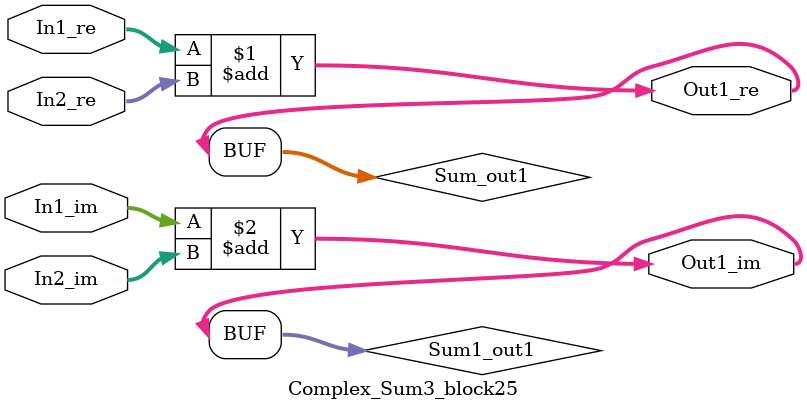
<source format=v>



`timescale 1 ns / 1 ns

module Complex_Sum3_block25
          (In1_re,
           In1_im,
           In2_re,
           In2_im,
           Out1_re,
           Out1_im);


  input   signed [36:0] In1_re;  // sfix37_En22
  input   signed [36:0] In1_im;  // sfix37_En22
  input   signed [36:0] In2_re;  // sfix37_En22
  input   signed [36:0] In2_im;  // sfix37_En22
  output  signed [36:0] Out1_re;  // sfix37_En22
  output  signed [36:0] Out1_im;  // sfix37_En22


  wire signed [36:0] Sum_out1;  // sfix37_En22
  wire signed [36:0] Sum1_out1;  // sfix37_En22


  assign Sum_out1 = In1_re + In2_re;



  assign Out1_re = Sum_out1;

  assign Sum1_out1 = In1_im + In2_im;



  assign Out1_im = Sum1_out1;

endmodule  // Complex_Sum3_block25


</source>
